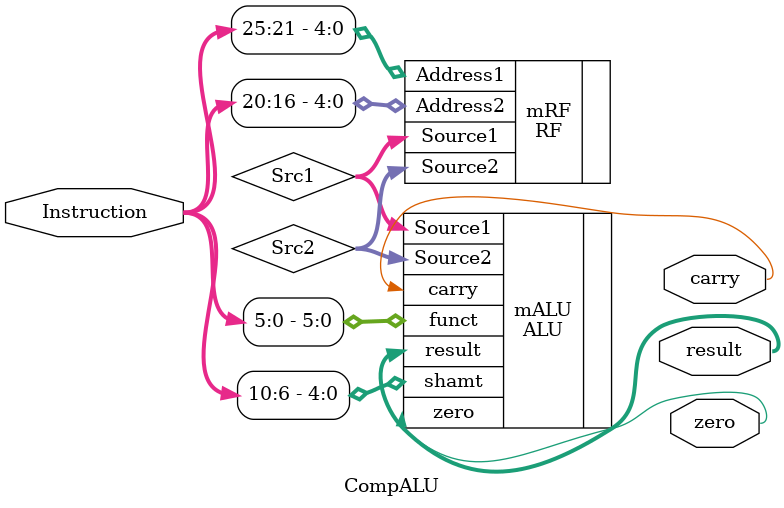
<source format=v>
module CompALU(
	input [31:0] Instruction, //Instruction input
	output [31:0] result, //Arithmetic result
	output zero, //Zero flag
	output carry //Carry flag
	);

wire [31:0]Src1,Src2;

RF mRF(.Address1(Instruction[25:21]),.Address2(Instruction[20:16]),.Source1(Src1),.Source2(Src2));
ALU mALU(.Source1(Src1),.Source2(Src2),.funct(Instruction[5:0]),.shamt(Instruction[10:6]),.result(result),.zero(zero),.carry(carry));


endmodule 
</source>
